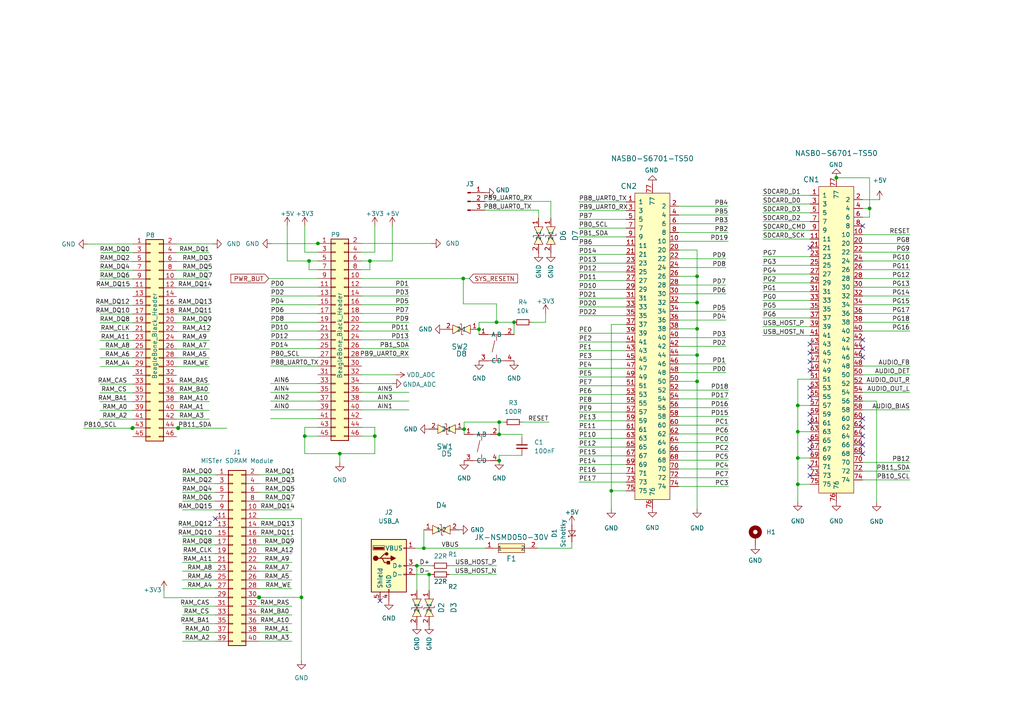
<source format=kicad_sch>
(kicad_sch (version 20211123) (generator eeschema)
  (paper "A4")
  (junction (at 231.394 125.222))
  (junction (at 98.552 131.572))
  (junction (at 75.1332 173.2788))
  (junction (at 107.2896 75.692))
  (junction (at 124.46 166.624))
  (junction (at 144.018 93.472))
  (junction (at 149.098 93.472))
  (junction (at 87.4268 173.2534))
  (junction (at 51.6636 124.206))
  (junction (at 138.938 95.504))
  (junction (at 144.78 125.984))
  (junction (at 202.184 110.617))
  (junction (at 51.6636 124.1044))
  (junction (at 134.62 124.46))
  (junction (at 231.394 117.602))
  (junction (at 242.57 51.562))
  (junction (at 231.394 132.842))
  (junction (at 177.292 142.367))
  (junction (at 120.904 164.084))
  (junction (at 144.78 133.604))
  (junction (at 75.1332 173.228))
  (junction (at 92.202 70.612))
  (junction (at 202.184 80.137))
  (junction (at 231.394 140.462))
  (junction (at 144.78 122.428))
  (junction (at 134.366 80.772))
  (junction (at 202.184 87.757))
  (junction (at 89.6366 75.692))
  (junction (at 202.184 95.377))
  (junction (at 122.936 159.004))
  (junction (at 38.354 124.206))
  (junction (at 88.392 126.492))
  (junction (at 38.5064 124.1044))
  (junction (at 108.712 126.492))
  (junction (at 202.184 102.997))
  (junction (at 75.1895 173.228))
  (junction (at 252.222 60.452))
  (no_connect (at 250.19 131.572))
  (no_connect (at 62.4332 150.4188))
  (no_connect (at 110.236 174.244))
  (no_connect (at 250.19 129.032))
  (no_connect (at 234.95 71.882))
  (no_connect (at 250.19 65.532))
  (no_connect (at 234.95 115.062))
  (no_connect (at 234.95 104.902))
  (no_connect (at 234.95 120.142))
  (no_connect (at 250.19 103.632))
  (no_connect (at 250.19 126.492))
  (no_connect (at 234.95 102.362))
  (no_connect (at 234.95 137.922))
  (no_connect (at 250.19 121.412))
  (no_connect (at 234.95 130.302))
  (no_connect (at 250.19 98.552))
  (no_connect (at 250.19 101.092))
  (no_connect (at 234.95 99.822))
  (no_connect (at 234.95 127.762))
  (no_connect (at 250.19 123.952))
  (no_connect (at 234.95 112.522))
  (no_connect (at 234.95 107.442))
  (no_connect (at 234.95 135.382))
  (no_connect (at 234.95 122.682))
  (wire (pts (xy 250.19 57.912) (xy 255.143 57.912)))
  (wire (pts (xy 250.19 83.312) (xy 263.906 83.312)))
  (wire (pts (xy 177.292 94.107) (xy 177.292 142.367)))
  (wire (pts (xy 120.904 164.084) (xy 120.904 171.196)))
  (wire (pts (xy 118.618 113.792) (xy 104.902 113.792)))
  (wire (pts (xy 221.234 66.802) (xy 234.95 66.802)))
  (wire (pts (xy 181.61 94.107) (xy 177.292 94.107)))
  (wire (pts (xy 231.394 132.842) (xy 231.394 140.462)))
  (wire (pts (xy 221.234 59.182) (xy 234.95 59.182)))
  (wire (pts (xy 134.62 122.428) (xy 144.78 122.428)))
  (wire (pts (xy 75.1332 145.3388) (xy 84.6582 145.3388)))
  (wire (pts (xy 196.85 59.817) (xy 211.201 59.817)))
  (wire (pts (xy 92.202 80.772) (xy 77.9272 80.772)))
  (wire (pts (xy 75.1332 147.8788) (xy 84.6582 147.8788)))
  (wire (pts (xy 28.9814 96.1644) (xy 38.5064 96.1644)))
  (wire (pts (xy 196.85 113.157) (xy 211.328 113.157)))
  (wire (pts (xy 107.2896 75.692) (xy 113.792 75.692)))
  (wire (pts (xy 167.894 134.747) (xy 181.61 134.747)))
  (wire (pts (xy 84.6582 175.8188) (xy 75.1332 175.8188)))
  (wire (pts (xy 167.894 81.407) (xy 181.61 81.407)))
  (wire (pts (xy 38.354 124.206) (xy 38.5064 124.206)))
  (wire (pts (xy 84.6582 178.3588) (xy 75.1332 178.3588)))
  (wire (pts (xy 138.938 93.472) (xy 144.018 93.472)))
  (wire (pts (xy 78.5114 85.852) (xy 92.202 85.852)))
  (wire (pts (xy 167.894 122.047) (xy 181.61 122.047)))
  (wire (pts (xy 62.4332 168.1988) (xy 52.9082 168.1988)))
  (wire (pts (xy 118.618 101.092) (xy 104.902 101.092)))
  (wire (pts (xy 38.5064 121.5644) (xy 28.9814 121.5644)))
  (wire (pts (xy 250.19 62.992) (xy 252.222 62.992)))
  (wire (pts (xy 250.19 139.192) (xy 263.906 139.192)))
  (wire (pts (xy 38.5064 119.0244) (xy 28.9814 119.0244)))
  (wire (pts (xy 118.618 93.472) (xy 104.902 93.472)))
  (wire (pts (xy 92.202 78.232) (xy 89.6366 78.232)))
  (wire (pts (xy 92.202 126.492) (xy 88.392 126.492)))
  (wire (pts (xy 167.894 109.347) (xy 181.61 109.347)))
  (wire (pts (xy 196.85 72.517) (xy 202.184 72.517)))
  (wire (pts (xy 84.6582 185.9788) (xy 75.1332 185.9788)))
  (wire (pts (xy 196.85 95.377) (xy 202.184 95.377)))
  (wire (pts (xy 122.936 159.004) (xy 140.716 159.004)))
  (wire (pts (xy 51.562 124.206) (xy 51.6636 124.206)))
  (wire (pts (xy 108.712 131.572) (xy 98.552 131.572)))
  (wire (pts (xy 196.85 110.617) (xy 202.184 110.617)))
  (wire (pts (xy 196.85 141.097) (xy 211.328 141.097)))
  (wire (pts (xy 221.234 94.742) (xy 234.95 94.742)))
  (wire (pts (xy 92.202 111.252) (xy 78.486 111.252)))
  (wire (pts (xy 28.9814 103.7844) (xy 38.5064 103.7844)))
  (wire (pts (xy 167.894 73.787) (xy 181.61 73.787)))
  (wire (pts (xy 75.1895 173.228) (xy 75.1332 173.228)))
  (wire (pts (xy 28.9814 78.3844) (xy 38.5064 78.3844)))
  (wire (pts (xy 89.6366 78.232) (xy 89.6366 75.692)))
  (wire (pts (xy 62.4332 170.7388) (xy 52.9082 170.7388)))
  (wire (pts (xy 155.956 159.004) (xy 165.862 159.004)))
  (wire (pts (xy 62.4332 160.5788) (xy 52.9082 160.5788)))
  (wire (pts (xy 28.9814 106.3244) (xy 38.5064 106.3244)))
  (wire (pts (xy 118.618 83.312) (xy 104.902 83.312)))
  (wire (pts (xy 78.74 70.6628) (xy 92.202 70.6628)))
  (wire (pts (xy 202.184 80.137) (xy 202.184 87.757)))
  (wire (pts (xy 75.1332 155.4988) (xy 84.6582 155.4988)))
  (wire (pts (xy 104.902 118.872) (xy 118.618 118.872)))
  (wire (pts (xy 113.792 75.692) (xy 113.792 65.532)))
  (wire (pts (xy 250.19 93.472) (xy 263.906 93.472)))
  (wire (pts (xy 210.566 97.917) (xy 196.85 97.917)))
  (wire (pts (xy 167.894 114.427) (xy 181.61 114.427)))
  (wire (pts (xy 234.95 117.602) (xy 231.394 117.602)))
  (wire (pts (xy 134.62 124.46) (xy 134.62 122.428)))
  (wire (pts (xy 28.9814 91.0844) (xy 38.5064 91.0844)))
  (wire (pts (xy 75.1332 140.2588) (xy 84.6582 140.2588)))
  (wire (pts (xy 28.9814 80.9244) (xy 38.5064 80.9244)))
  (wire (pts (xy 62.4332 155.4988) (xy 52.9082 155.4988)))
  (wire (pts (xy 167.894 86.487) (xy 181.61 86.487)))
  (wire (pts (xy 177.292 142.367) (xy 181.61 142.367)))
  (wire (pts (xy 250.19 96.012) (xy 263.906 96.012)))
  (wire (pts (xy 118.618 98.552) (xy 104.902 98.552)))
  (wire (pts (xy 51.6636 124.1044) (xy 51.6636 124.206)))
  (wire (pts (xy 25.4 70.7898) (xy 38.5064 70.7644)))
  (wire (pts (xy 242.57 51.562) (xy 252.222 51.562)))
  (wire (pts (xy 196.85 67.437) (xy 211.201 67.437)))
  (wire (pts (xy 151.384 122.428) (xy 159.258 122.428)))
  (wire (pts (xy 51.2064 96.1644) (xy 60.7314 96.1644)))
  (wire (pts (xy 38.5064 113.9444) (xy 28.9814 113.9444)))
  (wire (pts (xy 51.2064 113.9444) (xy 60.7314 113.9444)))
  (wire (pts (xy 154.178 93.472) (xy 158.242 93.472)))
  (wire (pts (xy 62.4332 178.3588) (xy 52.9082 178.3588)))
  (wire (pts (xy 151.384 132.08) (xy 144.78 132.08)))
  (wire (pts (xy 144.78 122.428) (xy 146.304 122.428)))
  (wire (pts (xy 75.1332 150.4188) (xy 87.4268 150.3934)))
  (wire (pts (xy 138.938 95.504) (xy 138.938 93.472)))
  (wire (pts (xy 210.566 105.537) (xy 196.85 105.537)))
  (wire (pts (xy 47.5488 171.0944) (xy 47.5488 173.3804)))
  (wire (pts (xy 51.2064 88.5444) (xy 60.7314 88.5444)))
  (wire (pts (xy 104.902 78.232) (xy 107.2896 78.232)))
  (wire (pts (xy 202.184 110.617) (xy 202.184 147.574)))
  (wire (pts (xy 51.2064 93.6244) (xy 60.7314 93.6244)))
  (wire (pts (xy 231.394 140.462) (xy 234.95 140.462)))
  (wire (pts (xy 250.19 113.792) (xy 263.906 113.792)))
  (wire (pts (xy 144.78 122.428) (xy 144.78 125.984)))
  (wire (pts (xy 51.2064 80.9244) (xy 60.7314 80.9244)))
  (wire (pts (xy 167.894 139.827) (xy 181.61 139.827)))
  (wire (pts (xy 196.85 102.997) (xy 202.184 102.997)))
  (wire (pts (xy 167.894 127.127) (xy 181.61 127.127)))
  (wire (pts (xy 221.234 56.642) (xy 234.95 56.642)))
  (wire (pts (xy 196.85 80.137) (xy 202.184 80.137)))
  (wire (pts (xy 210.566 108.077) (xy 196.85 108.077)))
  (wire (pts (xy 196.85 69.977) (xy 211.201 69.977)))
  (wire (pts (xy 167.894 116.967) (xy 181.61 116.967)))
  (wire (pts (xy 167.894 101.727) (xy 181.61 101.727)))
  (wire (pts (xy 75.1332 170.7388) (xy 84.6582 170.7388)))
  (wire (pts (xy 104.902 108.712) (xy 114.808 108.712)))
  (wire (pts (xy 51.2064 124.1044) (xy 51.6636 124.1044)))
  (wire (pts (xy 149.098 93.472) (xy 149.098 97.028)))
  (wire (pts (xy 98.552 134.112) (xy 98.552 131.572)))
  (wire (pts (xy 87.4268 150.3934) (xy 87.4268 173.2534)))
  (wire (pts (xy 51.2064 78.3844) (xy 60.7314 78.3844)))
  (wire (pts (xy 88.392 123.952) (xy 92.202 123.952)))
  (wire (pts (xy 252.222 62.992) (xy 252.222 60.452)))
  (wire (pts (xy 196.85 118.237) (xy 211.328 118.237)))
  (wire (pts (xy 167.894 58.547) (xy 181.61 58.547)))
  (wire (pts (xy 28.9814 75.8444) (xy 38.5064 75.8444)))
  (wire (pts (xy 108.712 126.492) (xy 108.712 131.572)))
  (wire (pts (xy 167.894 61.087) (xy 181.61 61.087)))
  (wire (pts (xy 167.894 129.667) (xy 181.61 129.667)))
  (wire (pts (xy 250.19 118.872) (xy 263.906 118.872)))
  (wire (pts (xy 78.486 96.012) (xy 92.202 96.012)))
  (wire (pts (xy 28.9814 83.4644) (xy 38.5064 83.4644)))
  (wire (pts (xy 231.394 125.222) (xy 234.95 125.222)))
  (wire (pts (xy 196.85 123.317) (xy 211.328 123.317)))
  (wire (pts (xy 140.716 58.42) (xy 159.766 58.42)))
  (wire (pts (xy 196.85 87.757) (xy 202.184 87.757)))
  (wire (pts (xy 51.2064 103.7844) (xy 60.7314 103.7844)))
  (wire (pts (xy 254.254 145.669) (xy 254.254 116.332)))
  (wire (pts (xy 62.4332 180.8988) (xy 52.9082 180.8988)))
  (wire (pts (xy 167.894 78.867) (xy 181.61 78.867)))
  (wire (pts (xy 87.4268 173.2534) (xy 87.4268 191.5414)))
  (wire (pts (xy 51.2064 116.4844) (xy 60.7314 116.4844)))
  (wire (pts (xy 51.2064 121.5644) (xy 60.7314 121.5644)))
  (wire (pts (xy 51.2064 119.0244) (xy 60.7314 119.0244)))
  (wire (pts (xy 83.312 75.692) (xy 83.312 65.532)))
  (wire (pts (xy 62.4332 137.7188) (xy 52.9082 137.7188)))
  (wire (pts (xy 234.95 87.122) (xy 221.234 87.122)))
  (wire (pts (xy 196.85 128.397) (xy 211.328 128.397)))
  (wire (pts (xy 165.862 159.004) (xy 165.862 157.226)))
  (wire (pts (xy 118.618 88.392) (xy 104.902 88.392)))
  (wire (pts (xy 104.902 73.152) (xy 108.712 73.152)))
  (wire (pts (xy 202.184 102.997) (xy 202.184 110.617)))
  (wire (pts (xy 92.202 73.152) (xy 88.392 73.152)))
  (wire (pts (xy 118.618 96.012) (xy 104.902 96.012)))
  (wire (pts (xy 120.396 159.004) (xy 122.936 159.004)))
  (wire (pts (xy 51.2064 98.7044) (xy 60.7314 98.7044)))
  (wire (pts (xy 104.902 111.252) (xy 113.792 111.252)))
  (wire (pts (xy 92.202 70.6628) (xy 92.202 70.612)))
  (wire (pts (xy 92.202 88.392) (xy 78.486 88.392)))
  (wire (pts (xy 159.766 58.42) (xy 159.766 63.246)))
  (wire (pts (xy 250.19 80.772) (xy 263.906 80.772)))
  (wire (pts (xy 167.894 91.567) (xy 181.61 91.567)))
  (wire (pts (xy 78.486 83.312) (xy 92.202 83.312)))
  (wire (pts (xy 120.396 164.084) (xy 120.904 164.084)))
  (wire (pts (xy 134.366 80.772) (xy 134.366 88.138)))
  (wire (pts (xy 202.184 95.377) (xy 202.184 102.997)))
  (wire (pts (xy 92.202 90.932) (xy 78.486 90.932)))
  (wire (pts (xy 124.46 166.624) (xy 124.46 171.196)))
  (wire (pts (xy 51.2064 75.8444) (xy 60.7314 75.8444)))
  (wire (pts (xy 78.486 101.092) (xy 92.202 101.092)))
  (wire (pts (xy 196.85 120.777) (xy 211.328 120.777)))
  (wire (pts (xy 231.394 132.842) (xy 234.95 132.842)))
  (wire (pts (xy 104.902 75.692) (xy 107.2896 75.692)))
  (wire (pts (xy 78.486 93.472) (xy 92.202 93.472)))
  (wire (pts (xy 167.894 119.507) (xy 181.61 119.507)))
  (wire (pts (xy 51.2064 83.4644) (xy 60.7314 83.4644)))
  (wire (pts (xy 250.19 75.692) (xy 263.906 75.692)))
  (wire (pts (xy 167.894 66.167) (xy 181.61 66.167)))
  (wire (pts (xy 89.6366 75.692) (xy 92.202 75.692)))
  (wire (pts (xy 83.312 75.692) (xy 89.6366 75.692)))
  (wire (pts (xy 231.394 140.462) (xy 231.394 145.542)))
  (wire (pts (xy 62.4332 163.1188) (xy 52.9082 163.1188)))
  (wire (pts (xy 75.1332 137.7188) (xy 84.6582 137.7188)))
  (wire (pts (xy 167.894 132.207) (xy 181.61 132.207)))
  (wire (pts (xy 120.396 166.624) (xy 124.46 166.624)))
  (wire (pts (xy 38.5064 111.4044) (xy 28.9814 111.4044)))
  (wire (pts (xy 78.486 103.632) (xy 92.202 103.632)))
  (wire (pts (xy 104.902 126.492) (xy 108.712 126.492)))
  (wire (pts (xy 221.234 69.342) (xy 234.95 69.342)))
  (wire (pts (xy 51.2064 91.0844) (xy 60.7314 91.0844)))
  (wire (pts (xy 167.894 68.707) (xy 181.61 68.707)))
  (wire (pts (xy 196.85 64.897) (xy 211.201 64.897)))
  (wire (pts (xy 231.394 117.602) (xy 231.394 125.222)))
  (wire (pts (xy 62.4332 145.3388) (xy 52.9082 145.3388)))
  (wire (pts (xy 196.85 138.557) (xy 211.328 138.557)))
  (wire (pts (xy 210.566 90.297) (xy 196.85 90.297)))
  (wire (pts (xy 75.1332 152.9588) (xy 84.6582 152.9588)))
  (wire (pts (xy 88.392 126.492) (xy 88.392 123.952)))
  (wire (pts (xy 75.1332 165.6588) (xy 84.6582 165.6588)))
  (wire (pts (xy 234.95 89.662) (xy 221.234 89.662)))
  (wire (pts (xy 167.894 96.647) (xy 181.61 96.647)))
  (wire (pts (xy 252.222 60.452) (xy 250.19 60.452)))
  (wire (pts (xy 92.202 113.792) (xy 78.486 113.792)))
  (wire (pts (xy 250.19 106.172) (xy 263.906 106.172)))
  (wire (pts (xy 196.85 130.937) (xy 211.328 130.937)))
  (wire (pts (xy 254.254 116.332) (xy 250.19 116.332)))
  (wire (pts (xy 144.018 164.084) (xy 130.302 164.084)))
  (wire (pts (xy 250.19 68.072) (xy 263.906 68.072)))
  (wire (pts (xy 196.85 125.857) (xy 211.328 125.857)))
  (wire (pts (xy 78.486 98.552) (xy 92.202 98.552)))
  (wire (pts (xy 250.19 70.612) (xy 263.906 70.612)))
  (wire (pts (xy 250.19 90.932) (xy 263.906 90.932)))
  (wire (pts (xy 167.894 104.267) (xy 181.61 104.267)))
  (wire (pts (xy 78.486 118.872) (xy 92.202 118.872)))
  (wire (pts (xy 75.1332 158.0388) (xy 84.6582 158.0388)))
  (wire (pts (xy 51.2064 73.3044) (xy 60.7314 73.3044)))
  (wire (pts (xy 144.78 125.984) (xy 151.384 125.984)))
  (wire (pts (xy 118.618 116.332) (xy 104.902 116.332)))
  (wire (pts (xy 210.566 82.677) (xy 196.85 82.677)))
  (wire (pts (xy 134.366 88.138) (xy 144.018 88.138)))
  (wire (pts (xy 167.894 124.587) (xy 181.61 124.587)))
  (wire (pts (xy 167.894 89.027) (xy 181.61 89.027)))
  (wire (pts (xy 75.1332 168.1988) (xy 84.6582 168.1988)))
  (wire (pts (xy 84.6582 180.8988) (xy 75.1332 180.8988)))
  (wire (pts (xy 210.566 85.217) (xy 196.85 85.217)))
  (wire (pts (xy 108.712 73.152) (xy 108.712 65.532)))
  (wire (pts (xy 28.9814 101.2444) (xy 38.5064 101.2444)))
  (wire (pts (xy 47.5488 173.3804) (xy 62.4332 173.2788)))
  (wire (pts (xy 24.2316 124.206) (xy 38.354 124.206)))
  (wire (pts (xy 231.394 109.982) (xy 231.394 117.602)))
  (wire (pts (xy 144.78 132.08) (xy 144.78 133.604)))
  (wire (pts (xy 62.4332 140.2588) (xy 52.9082 140.2588)))
  (wire (pts (xy 210.566 92.837) (xy 196.85 92.837)))
  (wire (pts (xy 167.894 137.287) (xy 181.61 137.287)))
  (wire (pts (xy 167.894 76.327) (xy 181.61 76.327)))
  (wire (pts (xy 118.618 85.852) (xy 104.902 85.852)))
  (wire (pts (xy 108.712 123.952) (xy 108.712 126.492)))
  (wire (pts (xy 144.018 93.472) (xy 149.098 93.472)))
  (wire (pts (xy 231.394 109.982) (xy 234.95 109.982)))
  (wire (pts (xy 62.4332 152.9588) (xy 52.9082 152.9588)))
  (wire (pts (xy 221.234 97.282) (xy 234.95 97.282)))
  (wire (pts (xy 177.292 142.367) (xy 177.292 147.574)))
  (wire (pts (xy 118.5926 90.932) (xy 104.902 90.932)))
  (wire (pts (xy 250.19 108.712) (xy 263.906 108.712)))
  (wire (pts (xy 78.486 106.172) (xy 92.202 106.172)))
  (wire (pts (xy 221.234 61.722) (xy 234.95 61.722)))
  (wire (pts (xy 234.95 76.962) (xy 221.234 76.962)))
  (wire (pts (xy 51.2064 111.4044) (xy 60.7314 111.4044)))
  (wire (pts (xy 28.9814 98.7044) (xy 38.5064 98.7044)))
  (wire (pts (xy 234.95 79.502) (xy 221.234 79.502)))
  (wire (pts (xy 140.716 60.96) (xy 156.21 60.96)))
  (wire (pts (xy 122.936 153.67) (xy 122.936 159.004)))
  (wire (pts (xy 167.894 99.187) (xy 181.61 99.187)))
  (wire (pts (xy 250.19 85.852) (xy 263.906 85.852)))
  (wire (pts (xy 75.1332 142.7988) (xy 84.6582 142.7988)))
  (wire (pts (xy 250.19 136.652) (xy 263.906 136.652)))
  (wire (pts (xy 51.2064 106.3244) (xy 60.7314 106.3244)))
  (wire (pts (xy 88.392 73.152) (xy 88.392 65.532)))
  (wire (pts (xy 98.552 131.572) (xy 88.392 131.572)))
  (wire (pts (xy 62.4332 175.8188) (xy 52.9082 175.8188)))
  (wire (pts (xy 29.3116 73.3044) (xy 38.5064 73.3044)))
  (wire (pts (xy 104.902 70.612) (xy 125.222 70.612)))
  (wire (pts (xy 210.566 75.057) (xy 196.85 75.057)))
  (wire (pts (xy 196.85 115.697) (xy 211.328 115.697)))
  (wire (pts (xy 196.85 62.357) (xy 211.201 62.357)))
  (wire (pts (xy 134.62 125.984) (xy 134.62 124.46)))
  (wire (pts (xy 221.234 64.262) (xy 234.95 64.262)))
  (wire (pts (xy 167.894 83.947) (xy 181.61 83.947)))
  (wire (pts (xy 62.4332 185.9788) (xy 52.9082 185.9788)))
  (wire (pts (xy 234.95 82.042) (xy 221.234 82.042)))
  (wire (pts (xy 151.384 125.984) (xy 151.384 127)))
  (wire (pts (xy 250.19 134.112) (xy 263.906 134.112)))
  (wire (pts (xy 88.392 131.572) (xy 88.392 126.492)))
  (wire (pts (xy 250.19 73.152) (xy 263.906 73.152)))
  (wire (pts (xy 167.894 111.887) (xy 181.61 111.887)))
  (wire (pts (xy 231.394 125.222) (xy 231.394 132.842)))
  (wire (pts (xy 62.4332 158.0388) (xy 52.9082 158.0388)))
  (wire (pts (xy 250.19 88.392) (xy 263.906 88.392)))
  (wire (pts (xy 210.566 100.457) (xy 196.85 100.457)))
  (wire (pts (xy 62.4332 183.4388) (xy 52.9082 183.4388)))
  (wire (pts (xy 196.85 136.017) (xy 211.328 136.017)))
  (wire (pts (xy 144.018 88.138) (xy 144.018 93.472)))
  (wire (pts (xy 28.9814 93.6244) (xy 38.5064 93.6244)))
  (wire (pts (xy 202.184 87.757) (xy 202.184 95.377)))
  (wire (pts (xy 62.4332 165.6588) (xy 52.9082 165.6588)))
  (wire (pts (xy 134.366 80.772) (xy 136.144 80.772)))
  (wire (pts (xy 158.242 93.472) (xy 158.242 90.932)))
  (wire (pts (xy 210.566 77.597) (xy 196.85 77.597)))
  (wire (pts (xy 167.894 63.627) (xy 181.61 63.627)))
  (wire (pts (xy 62.4332 147.8788) (xy 52.9082 147.8788)))
  (wire (pts (xy 196.85 133.477) (xy 211.328 133.477)))
  (wire (pts (xy 167.894 71.247) (xy 181.61 71.247)))
  (wire (pts (xy 92.202 116.332) (xy 78.486 116.332)))
  (wire (pts (xy 250.19 78.232) (xy 263.906 78.232)))
  (wire (pts (xy 124.46 166.624) (xy 125.222 166.624)))
  (wire (pts (xy 51.2064 101.2444) (xy 60.7314 101.2444)))
  (wire (pts (xy 38.5064 124.206) (xy 38.5064 124.1044)))
  (wire (pts (xy 51.2064 70.7644) (xy 61.722 70.739)))
  (wire (pts (xy 84.6582 183.4388) (xy 75.1332 183.4388)))
  (wire (pts (xy 104.902 80.772) (xy 134.366 80.772)))
  (wire (pts (xy 234.95 84.582) (xy 221.234 84.582)))
  (wire (pts (xy 202.184 72.517) (xy 202.184 80.137)))
  (wire (pts (xy 28.9814 88.5444) (xy 38.5064 88.5444)))
  (wire (pts (xy 120.904 164.084) (xy 125.222 164.084)))
  (wire (pts (xy 75.1332 173.2788) (xy 87.4268 173.2534)))
  (wire (pts (xy 75.1332 160.5788) (xy 84.6582 160.5788)))
  (wire (pts (xy 234.95 74.422) (xy 221.234 74.422)))
  (wire (pts (xy 51.6636 124.206) (xy 65.786 124.206)))
  (wire (pts (xy 250.19 111.252) (xy 263.906 111.252)))
  (wire (pts (xy 118.618 103.632) (xy 104.902 103.632)))
  (wire (pts (xy 38.5064 116.4844) (xy 28.9814 116.4844)))
  (wire (pts (xy 156.21 63.246) (xy 156.21 60.96)))
  (wire (pts (xy 107.2896 78.232) (xy 107.2896 75.692)))
  (wire (pts (xy 252.222 51.562) (xy 252.222 60.452)))
  (wire (pts (xy 167.894 106.807) (xy 181.61 106.807)))
  (wire (pts (xy 75.1332 163.1188) (xy 84.6582 163.1188)))
  (wire (pts (xy 234.95 92.202) (xy 221.234 92.202)))
  (wire (pts (xy 144.018 166.624) (xy 130.302 166.624)))
  (wire (pts (xy 78.486 121.412) (xy 92.202 121.412)))
  (wire (pts (xy 104.902 123.952) (xy 108.712 123.952)))
  (wire (pts (xy 62.4332 142.7988) (xy 52.9082 142.7988)))
  (wire (pts (xy 138.938 97.028) (xy 138.938 95.504)))
  (label "PE10" (at 167.894 127.127 0))
  (label "PE14" (at 167.894 134.747 0))
  (label "RAM_DQ13" (at 75.5185 152.9588 0))
  (label "PC1" (at 211.328 123.317 180))
  (label "AUDIO_FB" (at 263.906 106.172 180))
  (label "PC2" (at 211.328 130.937 180))
  (label "RAM_DQ1" (at 60.7314 73.3044 180))
  (label "RAM_A0" (at 36.9461 119.0244 180))
  (label "RAM_A10" (at 51.9176 116.4844 0))
  (label "PD5" (at 210.566 90.297 180))
  (label "RAM_DQ12" (at 37.6428 88.5444 180))
  (label "PE0" (at 167.894 96.647 0))
  (label "PB10_SCL" (at 24.2316 124.206 0))
  (label "PE13" (at 167.894 122.047 0))
  (label "RAM_DQ10" (at 37.6936 91.0844 180))
  (label "PC7" (at 211.328 138.557 180))
  (label "PG14" (at 263.906 85.852 180))
  (label "PD6" (at 210.566 85.217 180))
  (label "PD21" (at 167.894 86.487 0))
  (label "RAM_DQ4" (at 37.6936 78.3844 180))
  (label "RAM_A6" (at 61.5719 168.1988 180))
  (label "PE15" (at 167.894 132.207 0))
  (label "RAM_A5" (at 76.7025 168.1988 0))
  (label "PG15" (at 263.906 88.392 180))
  (label "RAM_CAS" (at 60.8019 175.8188 180))
  (label "PC4" (at 211.328 136.017 180))
  (label "RAM_DQ3" (at 76.7885 140.2588 0))
  (label "RAM_CS" (at 60.7147 178.3588 180))
  (label "RAM_DQ3" (at 52.8617 75.8444 0))
  (label "RAM_DQ13" (at 51.5917 88.5444 0))
  (label "AIN6" (at 79.502 111.252 0))
  (label "PD18" (at 211.328 113.157 180))
  (label "PD10" (at 78.486 96.012 0))
  (label "PG10" (at 263.906 75.692 180))
  (label "PD19" (at 211.201 69.977 180))
  (label "PB9_UART0_RX" (at 167.894 61.087 0))
  (label "RAM_A2" (at 36.9461 121.5644 180))
  (label "PD2" (at 210.566 100.457 180))
  (label "RAM_A8" (at 61.5719 165.6588 180))
  (label "SDCARD_D0" (at 221.234 59.182 0))
  (label "RAM_DQ9" (at 76.6615 158.0388 0))
  (label "PG7" (at 221.234 74.422 0))
  (label "RAM_RAS" (at 51.8668 111.4044 0))
  (label "PE11" (at 167.894 124.587 0))
  (label "PE16" (at 167.894 137.287 0))
  (label "PD11" (at 118.618 96.012 180))
  (label "PB1_SDA" (at 167.894 68.707 0))
  (label "PD9" (at 210.566 75.057 180))
  (label "RAM_DQ5" (at 76.7885 142.7988 0))
  (label "PD15" (at 211.328 120.777 180))
  (label "PG4" (at 221.234 79.502 0))
  (label "PD14" (at 167.894 73.787 0))
  (label "RAM_DQ1" (at 76.7885 137.7188 0))
  (label "PG11" (at 263.906 78.232 180))
  (label "PC3" (at 211.328 141.097 180))
  (label "PB9_UART0_RX" (at 154.432 58.42 180))
  (label "RAM_DQ4" (at 61.5719 142.7988 180))
  (label "RAM_A0" (at 60.8729 183.4388 180))
  (label "PE5" (at 167.894 109.347 0))
  (label "PB8_UART0_TX" (at 78.486 106.172 0))
  (label "PE3" (at 167.894 104.267 0))
  (label "RAM_A8" (at 37.6936 101.2444 180))
  (label "PD13" (at 167.894 76.327 0))
  (label "SDCARD_D2" (at 221.234 64.262 0))
  (label "PG8" (at 263.906 70.612 180))
  (label "PD3" (at 118.618 85.852 180))
  (label "PG1" (at 221.234 84.582 0))
  (label "RAM_A9" (at 52.7757 98.7044 0))
  (label "USB_HOST_N" (at 221.234 97.282 0))
  (label "PB9_UART0_RX" (at 118.618 103.632 180))
  (label "SDCARD_D1" (at 221.234 56.642 0))
  (label "PD1" (at 210.566 105.537 180))
  (label "RESET" (at 263.906 68.072 180))
  (label "PD14" (at 78.486 101.092 0))
  (label "RAM_DQ0" (at 61.5719 137.7188 180))
  (label "RAM_DQ14" (at 75.5185 147.8788 0))
  (label "AIN4" (at 79.502 113.792 0))
  (label "RAM_DQ2" (at 61.5719 140.2588 180))
  (label "PE2" (at 167.894 99.187 0))
  (label "RAM_BA0" (at 51.9176 113.9444 0))
  (label "RAM_BA0" (at 83.928 178.3588 180))
  (label "PB10_SCL" (at 263.906 139.192 180))
  (label "PE9" (at 167.894 119.507 0))
  (label "PC0" (at 211.328 128.397 180))
  (label "PD7" (at 118.5926 90.932 180))
  (label "RAM_DQ7" (at 76.7885 145.3388 0))
  (label "RAM_A9" (at 76.7025 163.1188 0))
  (label "PG2" (at 221.234 82.042 0))
  (label "RAM_A11" (at 37.6936 98.7044 180))
  (label "AIN2" (at 79.502 116.332 0))
  (label "RAM_A6" (at 37.6936 103.7844 180))
  (label "PG9" (at 263.906 73.152 180))
  (label "RESET" (at 153.162 122.428 0))
  (label "PC6" (at 211.328 125.857 180))
  (label "SDCARD_SCK" (at 221.234 69.342 0))
  (label "RAM_A5" (at 52.7757 103.7844 0))
  (label "PB12" (at 263.906 134.112 180))
  (label "PB5" (at 211.201 62.357 180))
  (label "RAM_A12" (at 52.7757 96.1644 0))
  (label "PG12" (at 263.906 80.772 180))
  (label "PD17" (at 211.328 115.697 180))
  (label "PE8" (at 167.894 116.967 0))
  (label "PB8_UART0_TX" (at 154.178 60.96 180))
  (label "PD0" (at 210.566 108.077 180))
  (label "PG18" (at 263.906 93.472 180))
  (label "RAM_DQ0" (at 37.6936 73.3044 180))
  (label "SDCARD_CMD" (at 221.234 66.802 0))
  (label "PG13" (at 263.906 83.312 180))
  (label "RAM_DQ2" (at 37.6936 75.8444 180))
  (label "PD3" (at 210.566 97.917 180))
  (label "AIN5" (at 109.474 113.792 0))
  (label "PB0_SCL" (at 78.486 103.632 0))
  (label "RAM_DQ5" (at 52.8617 78.3844 0))
  (label "RAM_A1" (at 83.928 183.4388 180))
  (label "PE17" (at 167.894 139.827 0))
  (label "PD6" (at 78.486 90.932 0))
  (label "RAM_DQ8" (at 61.5719 158.0388 180))
  (label "RAM_DQ15" (at 61.6029 147.8788 180))
  (label "PD4" (at 78.486 88.392 0))
  (label "RAM_WE" (at 52.9854 106.3244 0))
  (label "PD4" (at 210.566 92.837 180))
  (label "RAM_DQ9" (at 52.7347 93.6244 0))
  (label "RAM_A4" (at 61.5719 170.7388 180))
  (label "RAM_DQ7" (at 52.8617 80.9244 0))
  (label "RAM_A2" (at 60.8729 185.9788 180))
  (label "VBUS" (at 128.016 159.004 0))
  (label "PB8_UART0_TX" (at 167.894 58.547 0))
  (label "AIN0" (at 79.502 118.872 0))
  (label "PE7" (at 167.894 111.887 0))
  (label "PG16" (at 263.906 96.012 180))
  (label "RAM_DQ15" (at 37.7952 83.4644 180))
  (label "AIN3" (at 109.474 116.332 0))
  (label "RAM_A3" (at 83.928 185.9788 180))
  (label "RAM_DQ11" (at 51.5917 91.0844 0))
  (label "AUDIO_BIAS" (at 263.906 118.872 180))
  (label "RAM_CAS" (at 36.8751 111.4044 180))
  (label "RAM_DQ14" (at 51.5917 83.4644 0))
  (label "PB3" (at 211.201 64.897 180))
  (label "D-" (at 121.666 166.624 0))
  (label "PE6" (at 167.894 114.427 0))
  (label "AUDIO_DET" (at 263.906 108.712 180))
  (label "PB0_SCL" (at 167.894 66.167 0))
  (label "PG17" (at 263.906 90.932 180))
  (label "RAM_A11" (at 61.5719 163.1188 180))
  (label "PD1" (at 118.618 83.312 180))
  (label "D+" (at 121.666 164.084 0))
  (label "SDCARD_D3" (at 221.234 61.722 0))
  (label "USB_HOST_P" (at 144.018 164.084 180))
  (label "PD10" (at 167.894 83.947 0))
  (label "PD0" (at 78.486 83.312 0))
  (label "RAM_A3" (at 51.9176 121.5644 0))
  (label "RAM_A12" (at 76.7025 160.5788 0))
  (label "PB11_SDA" (at 263.906 136.652 180))
  (label "USB_HOST_N" (at 144.018 166.624 180))
  (label "PD5" (at 118.618 88.392 180))
  (label "RAM_DQ10" (at 61.5719 155.4988 180))
  (label "PD7" (at 210.566 82.677 180))
  (label "PD22" (at 167.894 91.567 0))
  (label "RAM_DQ11" (at 75.5185 155.4988 0))
  (label "RAM_A4" (at 37.6936 106.3244 180))
  (label "PD8" (at 210.566 77.597 180))
  (label "PD8" (at 78.486 93.472 0))
  (label "PB6" (at 167.894 71.247 0))
  (label "PB4" (at 211.201 59.817 180))
  (label "PB1_SDA" (at 118.618 101.092 180))
  (label "PG6" (at 221.234 92.202 0))
  (label "PC5" (at 211.328 133.477 180))
  (label "PD13" (at 118.618 98.552 180))
  (label "PB11_SDA" (at 51.6636 124.206 0))
  (label "RAM_CLK" (at 37.6936 96.1644 180))
  (label "AIN1" (at 109.474 118.872 0))
  (label "RAM_A10" (at 83.928 180.8988 180))
  (label "RAM_CLK" (at 61.5719 160.5788 180))
  (label "PD12" (at 78.486 98.552 0))
  (label "AUDIO_OUT_L" (at 263.906 113.792 180))
  (label "RAM_A1" (at 51.9176 119.0244 0))
  (label "USB_HOST_P" (at 221.234 94.742 0))
  (label "RAM_DQ12" (at 61.5719 152.9588 180))
  (label "RAM_DQ6" (at 37.6936 80.9244 180))
  (label "PG5" (at 221.234 89.662 0))
  (label "PD9" (at 118.618 93.472 180))
  (label "PD11" (at 167.894 81.407 0))
  (label "AUDIO_OUT_R" (at 263.906 111.252 180))
  (label "PB2" (at 211.201 67.437 180))
  (label "RAM_A7" (at 76.7025 165.6588 0))
  (label "PB7" (at 167.894 63.627 0))
  (label "PD16" (at 211.328 118.237 180))
  (label "PG0" (at 221.234 87.122 0))
  (label "RAM_A7" (at 52.7757 101.2444 0))
  (label "RAM_RAS" (at 83.9656 175.8188 180))
  (label "PE4" (at 167.894 106.807 0))
  (label "PD2" (at 78.5114 85.852 0))
  (label "RAM_BA1" (at 36.9461 116.4844 180))
  (label "PD12" (at 167.894 78.867 0))
  (label "PE1" (at 167.894 101.727 0))
  (label "PE12" (at 167.894 129.667 0))
  (label "PD20" (at 167.894 89.027 0))
  (label "PG3" (at 221.234 76.962 0))
  (label "RAM_DQ6" (at 61.5719 145.3388 180))
  (label "RAM_CS" (at 36.7879 113.9444 180))
  (label "RAM_DQ8" (at 37.6936 93.6244 180))
  (label "RAM_WE" (at 76.9122 170.7388 0))
  (label "RAM_BA1" (at 60.8729 180.8988 180))
  (global_label "SYS_RESETN" (shape input) (at 136.144 80.772 0) (property "Intersheet References" "${INTERSHEET_REFS}" (effects hide)))
  (global_label "PWR_BUT" (shape input) (at 77.9272 80.772 180) (property "Intersheet References" "${INTERSHEET_REFS}" (effects hide)))
  (symbol (lib_id "TerasicDECACape-rescue:+3.3V-power") (at 108.712 65.532 0) (unit 1)
    (property "Reference" "#PWR06" (effects hide))
    (property "Value" "+3V3" (at 108.712 61.976 0))
  )
  (symbol (lib_id "power:+5V") (at 113.792 65.532 0) (unit 1)
    (property "Reference" "#PWR07" (effects hide))
    (property "Value" "+5V" (at 113.792 61.976 0))
  )
  (symbol (lib_id "TerasicDECACape-rescue:+3.3V-power") (at 88.392 65.532 0) (unit 1)
    (property "Reference" "#PWR08" (effects hide))
    (property "Value" "+3V3" (at 88.392 61.976 0))
  )
  (symbol (lib_id "power:+5V") (at 83.312 65.532 0) (unit 1)
    (property "Reference" "#PWR09" (effects hide))
    (property "Value" "+5V" (at 83.312 61.976 0))
  )
  (symbol (lib_id "pwr_BeagleBone:VDD_ADC") (at 114.808 108.712 270) (unit 1)
    (property "Reference" "#PWR012" (effects hide))
    (property "Value" "VDD_ADC" (at 122.174 108.712 90))
  )
  (symbol (lib_id "pwr_BeagleBone:GNDA_ADC") (at 113.792 111.252 90) (unit 1)
    (property "Reference" "#PWR013" (effects hide))
    (property "Value" "GNDA_ADC" (at 121.666 111.506 90))
  )
  (symbol (lib_id "Connector_Generic:Conn_02x23_Odd_Even") (at 97.282 98.552 0) (unit 1)
    (property "Reference" "P9" (at 97.282 68.072 0))
    (property "Value" "BeagleBone_Black_Header" (at 98.552 97.282 90))
    (property "Footprint" "Socket_BeagleBone_Black:Socket_BeagleBone_Black" (effects hide))
  )
  (symbol (lib_id "Connector_Generic:Conn_02x23_Odd_Even") (at 43.5864 98.7044 0) (unit 1)
    (property "Reference" "P8" (at 43.5864 68.2244 0))
    (property "Value" "BeagleBone_Black_Header" (at 44.8564 97.4344 90))
    (property "Footprint" "Socket_BeagleBone_Black:Socket_BeagleBone_Black" (effects hide))
  )
  (symbol (lib_id "TerasicDECACape-rescue:+3.3V-power") (at 158.242 90.932 0) (unit 1)
    (property "Reference" "#PWR0122" (effects hide))
    (property "Value" "+3V3" (at 158.242 87.376 0))
  )
  (symbol (lib_id "power:GND") (at 177.292 147.574 0) (unit 1)
    (property "Reference" "#PWR014" (effects hide))
    (property "Value" "GND" (at 177.292 153.162 0))
  )
  (symbol (lib_id "power:GND") (at 144.78 133.604 0) (unit 1)
    (property "Reference" "#PWR0111" (effects hide))
    (property "Value" "GND" (at 144.78 138.684 0))
  )
  (symbol (lib_id "easyeda2kicad:NASB0-S6701-TS50") (at 242.57 103.632 0) (unit 1)
    (property "Reference" "CN1" (at 232.918 52.07 0) (effects (font (size 1.524 1.524)) (justify left)))
    (property "Value" "NASB0-S6701-TS50" (at 230.505 44.45 0) (effects (font (size 1.524 1.524)) (justify left)))
    (property "Footprint" "CONN-SMD_67P-P0.50-V_NASB0-S6701-TS50" (effects hide))
    (property "Datasheet" "https://lcsc.com/product-detail/Card-Edge-Connectors_Argosy-Research-Inc-NASB0-S6701-TS50_C367024.html" (effects hide))
    (property "Manufacturer" "Argosy Research Inc." (effects hide))
    (property "LCSC Part" "C367024" (effects hide))
    (property "JLC Part" "Extended Part" (effects hide))
  )
  (symbol (lib_id "Mechanical:MountingHole_Pad") (at 219.075 155.575 0) (unit 1)
    (property "Reference" "H1" (at 222.25 154.3049 0) (effects (justify left)))
    (property "Value" "MountingHole_Pad" (effects hide))
    (property "Footprint" "MountingHole:MountingHole_2.2mm_M2_ISO7380_Pad_TopBottom" (effects hide))
  )
  (symbol (lib_id "Connector:Conn_01x03_Male") (at 135.636 58.42 0) (unit 1)
    (property "Reference" "J3" (at 136.271 53.34 0))
    (property "Value" "Conn_01x03_Male" (effects hide))
    (property "Footprint" "Connector_PinHeader_2.54mm:PinHeader_1x03_P2.54mm_Vertical" (effects hide))
  )
  (symbol (lib_id "jlcpcb-basic-mlcc-0402:100nF") (at 151.384 129.54 0) (unit 1)
    (property "Reference" "C1" (at 154.94 128.2762 0) (effects (justify left)))
    (property "Value" "100nF" (at 154.94 130.8162 0) (effects (justify left)))
    (property "Footprint" "C_0402_1005Metric" (effects hide))
    (property "Datasheet" "https://datasheet.lcsc.com/szlcsc/Samsung-Electro-Mechanics-CL05B104KO5NNNC_C1525.pdf" (effects hide))
    (property "LCSC" "C1525" (effects hide))
  )
  (symbol (lib_id "power:GND") (at 149.098 104.648 0) (unit 1)
    (property "Reference" "#PWR0120" (effects hide))
    (property "Value" "GND" (at 149.098 109.728 0))
  )
  (symbol (lib_id "power:GND") (at 189.23 147.447 0) (unit 1)
    (property "Reference" "#PWR016" (effects hide))
    (property "Value" "GND" (at 189.23 153.035 0))
  )
  (symbol (lib_id "power:+5V") (at 165.862 152.146 0) (mirror y) (unit 1)
    (property "Reference" "#PWR0109" (effects hide))
    (property "Value" "+5V" (at 165.862 148.59 0))
  )
  (symbol (lib_id "power:GND") (at 202.184 147.574 0) (unit 1)
    (property "Reference" "#PWR017" (effects hide))
    (property "Value" "GND" (at 202.184 153.162 0))
  )
  (symbol (lib_id "Device:D_Schottky_Small") (at 165.862 154.686 90) (unit 1)
    (property "Reference" "D1" (at 160.782 154.686 0))
    (property "Value" "Schottky" (at 163.322 154.686 0))
    (property "Footprint" "Diode_SMD:D_SMA" (effects hide))
    (property "LCSC" "C22452" (effects hide))
  )
  (symbol (lib_id "easyeda2kicad:LXES15AAA1-133") (at 159.766 68.326 270) (unit 1)
    (property "Reference" "D7" (at 166.878 68.326 0) (effects (font (size 1.524 1.524))))
    (property "Value" "LXES15AAA1-133" (effects hide))
    (property "Footprint" "D0402-BI" (effects hide))
    (property "Datasheet" "https://lcsc.com/product-detail/Others_Murata-Electronics_LXES15AAA1-133_Murata-Electronics-LXES15AAA1-133_C191267.html" (effects hide))
    (property "Manufacturer" "Murata Electronics" (effects hide))
    (property "LCSC Part" "C191267" (effects hide))
    (property "JLC Part" "Extended Part" (effects hide))
  )
  (symbol (lib_id "power:GND") (at 61.722 70.739 90) (unit 1)
    (property "Reference" "#PWR0106" (effects hide))
    (property "Value" "GND" (at 65.7352 70.7389 90) (effects (justify right)))
  )
  (symbol (lib_id "power:GND") (at 25.4 70.7898 270) (unit 1)
    (property "Reference" "#PWR0105" (effects hide))
    (property "Value" "GND" (at 17.8308 70.8152 90) (effects (justify left)))
  )
  (symbol (lib_id "power:GND") (at 242.57 145.542 0) (unit 1)
    (property "Reference" "#PWR020" (effects hide))
    (property "Value" "GND" (at 242.57 151.13 0))
  )
  (symbol (lib_id "easyeda2kicad:TS-1187A-B-A-B") (at 139.7 128.524 0) (unit 1)
    (property "Reference" "SW1" (at 129.032 129.54 0) (effects (font (size 1.524 1.524))))
    (property "Value" "TS-1187A-B-A-B" (effects hide))
    (property "Footprint" "SW-SMD_4P-L5.1-W5.1-P3.70-LS6.5-TL-2" (effects hide))
    (property "Datasheet" "https://lcsc.com/product-detail/Tactile-Switches_XKB-Enterprise-TS-1187-B-A-A_C318884.html" (effects hide))
    (property "Manufacturer" "XKB Enterprise" (effects hide))
    (property "LCSC Part" "C318884" (effects hide))
    (property "JLC Part" "Basic Part" (effects hide))
  )
  (symbol (lib_id "easyeda2kicad:LXES15AAA1-133") (at 129.54 124.46 180) (unit 1)
    (property "Reference" "D5" (at 129.54 131.572 0) (effects (font (size 1.524 1.524))))
    (property "Value" "LXES15AAA1-133" (effects hide))
    (property "Footprint" "D0402-BI" (effects hide))
    (property "Datasheet" "https://lcsc.com/product-detail/Others_Murata-Electronics_LXES15AAA1-133_Murata-Electronics-LXES15AAA1-133_C191267.html" (effects hide))
    (property "Manufacturer" "Murata Electronics" (effects hide))
    (property "LCSC Part" "C191267" (effects hide))
    (property "JLC Part" "Extended Part" (effects hide))
  )
  (symbol (lib_id "easyeda2kicad:LXES15AAA1-133") (at 128.016 153.67 0) (unit 1)
    (property "Reference" "D4" (at 128.016 146.558 0) (effects (font (size 1.524 1.524))))
    (property "Value" "LXES15AAA1-133" (effects hide))
    (property "Footprint" "D0402-BI" (effects hide))
    (property "Datasheet" "https://lcsc.com/product-detail/Others_Murata-Electronics_LXES15AAA1-133_Murata-Electronics-LXES15AAA1-133_C191267.html" (effects hide))
    (property "Manufacturer" "Murata Electronics" (effects hide))
    (property "LCSC Part" "C191267" (effects hide))
    (property "JLC Part" "Extended Part" (effects hide))
  )
  (symbol (lib_id "power:GND") (at 128.778 95.504 270) (unit 1)
    (property "Reference" "#PWR0119" (effects hide))
    (property "Value" "GND" (at 125.476 95.5041 90) (effects (justify right)))
  )
  (symbol (lib_id "power:+3V3") (at 47.5488 171.0944 0) (unit 1)
    (property "Reference" "#PWR0102" (effects hide))
    (property "Value" "+3V3" (at 44.2468 171.0944 0))
  )
  (symbol (lib_id "easyeda2kicad:TS-1187A-B-A-B") (at 144.018 99.568 0) (unit 1)
    (property "Reference" "SW2" (at 133.35 100.584 0) (effects (font (size 1.524 1.524))))
    (property "Value" "TS-1187A-B-A-B" (effects hide))
    (property "Footprint" "SW-SMD_4P-L5.1-W5.1-P3.70-LS6.5-TL-2" (effects hide))
    (property "Datasheet" "https://lcsc.com/product-detail/Tactile-Switches_XKB-Enterprise-TS-1187-B-A-A_C318884.html" (effects hide))
    (property "Manufacturer" "XKB Enterprise" (effects hide))
    (property "LCSC Part" "C318884" (effects hide))
    (property "JLC Part" "Basic Part" (effects hide))
  )
  (symbol (lib_id "power:GND") (at 98.552 134.112 0) (unit 1)
    (property "Reference" "#PWR0104" (effects hide))
    (property "Value" "GND" (at 98.552 139.192 0))
  )
  (symbol (lib_id "power:GND") (at 124.46 124.46 270) (unit 1)
    (property "Reference" "#PWR0113" (effects hide))
    (property "Value" "GND" (at 121.158 124.4601 90) (effects (justify right)))
  )
  (symbol (lib_id "Connector_Generic:Conn_02x20_Odd_Even") (at 67.5132 160.5788 0) (unit 1)
    (property "Reference" "J1" (at 68.7832 131.1148 0))
    (property "Value" "MiSTer SDRAM Module" (at 68.7832 133.6548 0))
    (property "Footprint" "Connector_PinHeader_2.54mm:PinHeader_2x20_P2.54mm_Vertical" (effects hide))
  )
  (symbol (lib_id "power:GND") (at 87.4268 191.5414 0) (unit 1)
    (property "Reference" "#PWR0101" (effects hide))
    (property "Value" "GND" (at 87.4268 196.6214 0))
  )
  (symbol (lib_id "power:GND") (at 219.075 158.115 0) (unit 1)
    (property "Reference" "#PWR0123" (effects hide))
    (property "Value" "GND" (at 219.075 162.56 0))
  )
  (symbol (lib_id "jlcpcb-basic-resistor-0402:22R") (at 127.762 166.624 90) (unit 1)
    (property "Reference" "R2" (at 131.318 170.18 90))
    (property "Value" "22R" (at 127.762 168.656 90))
    (property "Footprint" "R_0402_1005Metric" (effects hide))
    (property "Datasheet" "https://datasheet.lcsc.com/szlcsc/Uniroyal-Elec-0402WGF220JTCE_C25092.pdf" (effects hide))
    (property "LCSC" "C25092" (effects hide))
  )
  (symbol (lib_id "power:GND") (at 125.222 70.612 90) (unit 1)
    (property "Reference" "#PWR0103" (effects hide))
    (property "Value" "GND" (at 129.2352 70.6119 90) (effects (justify right)))
  )
  (symbol (lib_id "power:GND") (at 189.23 53.467 180) (unit 1)
    (property "Reference" "#PWR015" (effects hide))
    (property "Value" "GND" (at 186.944 49.403 0) (effects (justify right)))
  )
  (symbol (lib_id "power:GND") (at 138.938 104.648 0) (unit 1)
    (property "Reference" "#PWR0121" (effects hide))
    (property "Value" "GND" (at 138.938 109.728 0))
  )
  (symbol (lib_id "power:GND") (at 140.716 55.88 90) (unit 1)
    (property "Reference" "#PWR0112" (effects hide))
    (property "Value" "GND" (at 143.764 55.118 90) (effects (justify right)))
  )
  (symbol (lib_id "jlcpcb-basic-resistor-0402:10k") (at 151.638 93.472 90) (unit 1)
    (property "Reference" "R4" (at 151.638 87.63 90))
    (property "Value" "10k" (at 151.638 90.17 90))
    (property "Footprint" "R_0402_1005Metric" (effects hide))
    (property "Datasheet" "https://datasheet.lcsc.com/szlcsc/Uniroyal-Elec-0402WGF1002TCE_C25744.pdf" (effects hide))
    (property "LCSC" "C25744" (effects hide))
  )
  (symbol (lib_id "Connector:USB_A") (at 112.776 164.084 0) (unit 1)
    (property "Reference" "J2" (at 112.776 148.59 0))
    (property "Value" "USB_A" (at 112.776 151.13 0))
    (property "Footprint" "easyeda2kicad:USB-A-SMD_USB-302S" (effects hide))
    (property "Datasheet" " ~" (effects hide))
    (property "LCSC" "C112455" (effects hide))
  )
  (symbol (lib_id "power:GND") (at 156.21 73.406 0) (unit 1)
    (property "Reference" "#PWR0114" (effects hide))
    (property "Value" "GND" (at 156.2101 76.708 90) (effects (justify right)))
  )
  (symbol (lib_id "power:GND") (at 78.74 70.6628 270) (unit 1)
    (property "Reference" "#PWR0107" (effects hide))
    (property "Value" "GND" (at 71.1708 70.6882 90) (effects (justify left)))
  )
  (symbol (lib_id "power:GND") (at 231.394 145.542 0) (unit 1)
    (property "Reference" "#PWR018" (effects hide))
    (property "Value" "GND" (at 231.394 151.13 0))
  )
  (symbol (lib_id "power:GND") (at 134.62 133.604 0) (unit 1)
    (property "Reference" "#PWR0110" (effects hide))
    (property "Value" "GND" (at 134.62 138.684 0))
  )
  (symbol (lib_id "easyeda2kicad:LXES15AAA1-133") (at 124.46 176.276 270) (unit 1)
    (property "Reference" "D3" (at 131.572 176.276 0) (effects (font (size 1.524 1.524))))
    (property "Value" "LXES15AAA1-133" (effects hide))
    (property "Footprint" "D0402-BI" (effects hide))
    (property "Datasheet" "https://lcsc.com/product-detail/Others_Murata-Electronics_LXES15AAA1-133_Murata-Electronics-LXES15AAA1-133_C191267.html" (effects hide))
    (property "Manufacturer" "Murata Electronics" (effects hide))
    (property "LCSC Part" "C191267" (effects hide))
    (property "JLC Part" "Extended Part" (effects hide))
  )
  (symbol (lib_id "power:GND") (at 112.776 174.244 0) (unit 1)
    (property "Reference" "#PWR0108" (effects hide))
    (property "Value" "GND" (at 112.776 179.324 0))
  )
  (symbol (lib_id "easyeda2kicad:JK-NSMD050-30V") (at 148.336 159.004 0) (unit 1)
    (property "Reference" "F1" (at 148.336 162.052 0) (effects (font (size 1.524 1.524))))
    (property "Value" "JK-NSMD050-30V" (at 148.336 155.829 0) (effects (font (size 1.524 1.524))))
    (property "Footprint" "easyeda2kicad:F1206" (effects hide))
    (property "Datasheet" "https://lcsc.com/product-detail/PTC-Resettable-Fuses_Jinrui-Electronic-Materials-Co-JK-NSMD050-30V_C720075.html" (effects hide))
    (property "Manufacturer" "Jinrui Electronic Materials Co." (effects hide))
    (property "LCSC Part" "C720075" (effects hide))
    (property "JLC Part" "Extended Part" (effects hide))
  )
  (symbol (lib_id "power:GND") (at 159.766 73.406 0) (unit 1)
    (property "Reference" "#PWR0115" (effects hide))
    (property "Value" "GND" (at 159.7661 76.708 90) (effects (justify right)))
  )
  (symbol (lib_id "power:GND") (at 124.46 181.356 0) (unit 1)
    (property "Reference" "#PWR0117" (effects hide))
    (property "Value" "GND" (at 124.4601 184.658 90) (effects (justify right)))
  )
  (symbol (lib_id "easyeda2kicad:LXES15AAA1-133") (at 156.21 68.326 270) (unit 1)
    (property "Reference" "D6" (at 163.322 68.326 0) (effects (font (size 1.524 1.524))))
    (property "Value" "LXES15AAA1-133" (effects hide))
    (property "Footprint" "D0402-BI" (effects hide))
    (property "Datasheet" "https://lcsc.com/product-detail/Others_Murata-Electronics_LXES15AAA1-133_Murata-Electronics-LXES15AAA1-133_C191267.html" (effects hide))
    (property "Manufacturer" "Murata Electronics" (effects hide))
    (property "LCSC Part" "C191267" (effects hide))
    (property "JLC Part" "Extended Part" (effects hide))
  )
  (symbol (lib_id "easyeda2kicad:LXES15AAA1-133") (at 133.858 95.504 180) (unit 1)
    (property "Reference" "D8" (at 133.858 102.616 0) (effects (font (size 1.524 1.524))))
    (property "Value" "LXES15AAA1-133" (effects hide))
    (property "Footprint" "D0402-BI" (effects hide))
    (property "Datasheet" "https://lcsc.com/product-detail/Others_Murata-Electronics_LXES15AAA1-133_Murata-Electronics-LXES15AAA1-133_C191267.html" (effects hide))
    (property "Manufacturer" "Murata Electronics" (effects hide))
    (property "LCSC Part" "C191267" (effects hide))
    (property "JLC Part" "Extended Part" (effects hide))
  )
  (symbol (lib_id "jlcpcb-basic-resistor-0402:22R") (at 127.762 164.084 90) (unit 1)
    (property "Reference" "R1" (at 131.318 160.782 90))
    (property "Value" "22R" (at 127.762 161.29 90))
    (property "Footprint" "R_0402_1005Metric" (effects hide))
    (property "Datasheet" "https://datasheet.lcsc.com/szlcsc/Uniroyal-Elec-0402WGF220JTCE_C25092.pdf" (effects hide))
    (property "LCSC" "C25092" (effects hide))
  )
  (symbol (lib_id "power:GND") (at 133.096 153.67 90) (unit 1)
    (property "Reference" "#PWR0116" (effects hide))
    (property "Value" "GND" (at 136.398 153.6699 90) (effects (justify right)))
  )
  (symbol (lib_id "jlcpcb-basic-resistor-0402:100R") (at 148.844 122.428 90) (unit 1)
    (property "Reference" "R3" (at 148.844 116.84 90))
    (property "Value" "100R" (at 148.844 119.38 90))
    (property "Footprint" "R_0402_1005Metric" (effects hide))
    (property "Datasheet" "https://datasheet.lcsc.com/szlcsc/Uniroyal-Elec-0402WGF1000TCE_C25076.pdf" (effects hide))
    (property "LCSC" "C25076" (effects hide))
  )
  (symbol (lib_id "power:+5V") (at 255.143 57.912 0) (unit 1)
    (property "Reference" "#PWR022" (effects hide))
    (property "Value" "+5V" (at 255.143 52.324 0))
  )
  (symbol (lib_id "power:GND") (at 242.57 51.562 180) (unit 1)
    (property "Reference" "#PWR019" (effects hide))
    (property "Value" "GND" (at 240.411 47.752 0) (effects (justify right)))
  )
  (symbol (lib_id "power:GND") (at 254.254 145.669 0) (unit 1)
    (property "Reference" "#PWR021" (effects hide))
    (property "Value" "GND" (at 254.254 151.257 0))
  )
  (symbol (lib_id "power:GND") (at 120.904 181.356 0) (unit 1)
    (property "Reference" "#PWR0118" (effects hide))
    (property "Value" "GND" (at 120.9041 184.658 90) (effects (justify right)))
  )
  (symbol (lib_id "easyeda2kicad:LXES15AAA1-133") (at 120.904 176.276 270) (unit 1)
    (property "Reference" "D2" (at 128.016 176.276 0) (effects (font (size 1.524 1.524))))
    (property "Value" "LXES15AAA1-133" (effects hide))
    (property "Footprint" "D0402-BI" (effects hide))
    (property "Datasheet" "https://lcsc.com/product-detail/Others_Murata-Electronics_LXES15AAA1-133_Murata-Electronics-LXES15AAA1-133_C191267.html" (effects hide))
    (property "Manufacturer" "Murata Electronics" (effects hide))
    (property "LCSC Part" "C191267" (effects hide))
    (property "JLC Part" "Extended Part" (effects hide))
  )
  (symbol (lib_id "easyeda2kicad:NASB0-S6701-TS50") (at 189.23 105.537 0) (unit 1)
    (property "Reference" "CN2" (at 179.959 53.975 0) (effects (font (size 1.524 1.524)) (justify left)))
    (property "Value" "NASB0-S6701-TS50" (at 177.165 45.974 0) (effects (font (size 1.524 1.524)) (justify left)))
    (property "Footprint" "CONN-SMD_67P-P0.50-V_NASB0-S6701-TS50" (effects hide))
    (property "Datasheet" "https://lcsc.com/product-detail/Card-Edge-Connectors_Argosy-Research-Inc-NASB0-S6701-TS50_C367024.html" (effects hide))
    (property "Manufacturer" "Argosy Research Inc." (effects hide))
    (property "LCSC Part" "C367024" (effects hide))
    (property "JLC Part" "Extended Part" (effects hide))
  )
)
</source>
